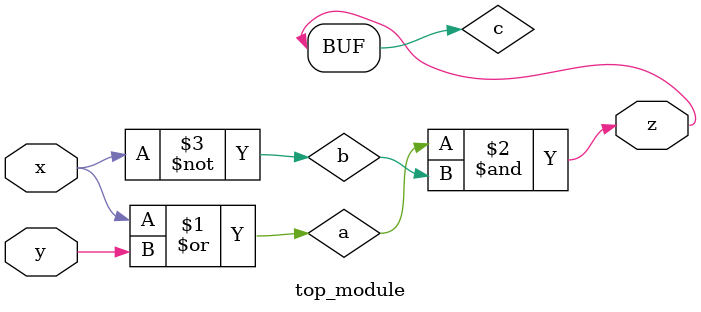
<source format=sv>
module top_module(
  input x,
  input y,
  output z);

  wire a, b, c;

  // First gate
  or gate1(a, x, y);     // a = x OR y

  // Second gate
  not gate2(b, x);      // b = NOT x

  // Third gate
  and gate3(c, a, b);      // c = a AND b
  
  // Fourth gate
  buf gate4(z, c);       // z = c

endmodule

</source>
